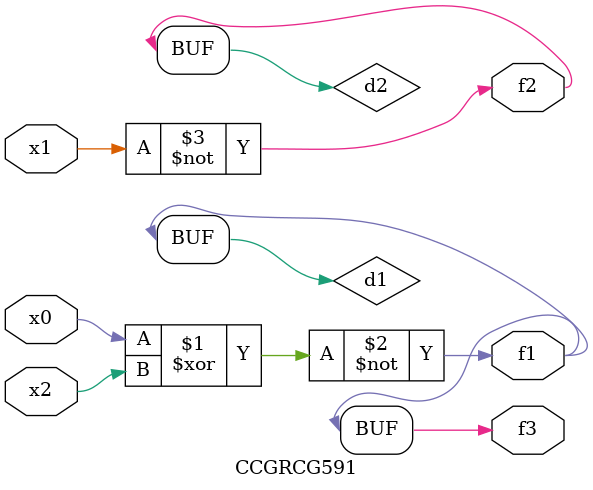
<source format=v>
module CCGRCG591(
	input x0, x1, x2,
	output f1, f2, f3
);

	wire d1, d2, d3;

	xnor (d1, x0, x2);
	nand (d2, x1);
	nor (d3, x1, x2);
	assign f1 = d1;
	assign f2 = d2;
	assign f3 = d1;
endmodule

</source>
